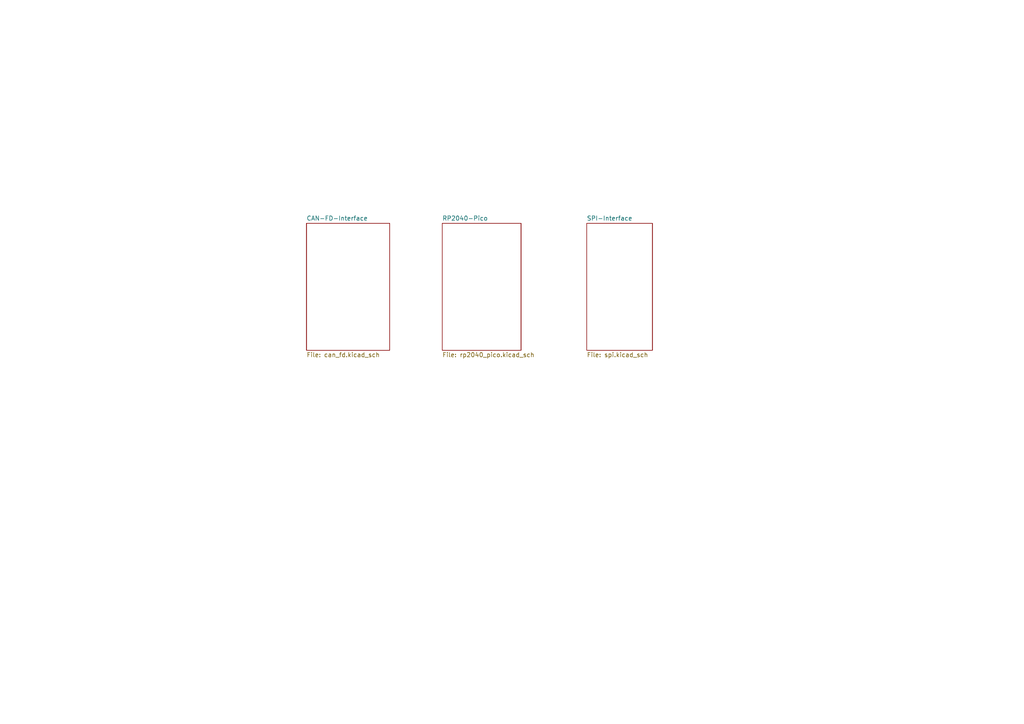
<source format=kicad_sch>
(kicad_sch
	(version 20231120)
	(generator "eeschema")
	(generator_version "8.0")
	(uuid "c526e672-7a53-4084-90ef-9e594d9bb288")
	(paper "A4")
	(lib_symbols)
	(sheet
		(at 88.9 64.77)
		(size 24.13 36.83)
		(fields_autoplaced yes)
		(stroke
			(width 0.1524)
			(type solid)
		)
		(fill
			(color 0 0 0 0.0000)
		)
		(uuid "86dc6215-b418-4403-880d-3017b5a1b73a")
		(property "Sheetname" "CAN-FD-Interface"
			(at 88.9 64.0584 0)
			(effects
				(font
					(size 1.27 1.27)
				)
				(justify left bottom)
			)
		)
		(property "Sheetfile" "can_fd.kicad_sch"
			(at 88.9 102.1846 0)
			(effects
				(font
					(size 1.27 1.27)
				)
				(justify left top)
			)
		)
		(instances
			(project "RP2040-Bridge-CAN-SPI"
				(path "/c526e672-7a53-4084-90ef-9e594d9bb288"
					(page "3")
				)
			)
		)
	)
	(sheet
		(at 170.18 64.77)
		(size 19.05 36.83)
		(fields_autoplaced yes)
		(stroke
			(width 0.1524)
			(type solid)
		)
		(fill
			(color 0 0 0 0.0000)
		)
		(uuid "8a907ce0-3679-4d53-a428-5bd2c36da482")
		(property "Sheetname" "SPI-Interface"
			(at 170.18 64.0584 0)
			(effects
				(font
					(size 1.27 1.27)
				)
				(justify left bottom)
			)
		)
		(property "Sheetfile" "spi.kicad_sch"
			(at 170.18 102.1846 0)
			(effects
				(font
					(size 1.27 1.27)
				)
				(justify left top)
			)
		)
		(instances
			(project "RP2040-Bridge-CAN-SPI"
				(path "/c526e672-7a53-4084-90ef-9e594d9bb288"
					(page "4")
				)
			)
		)
	)
	(sheet
		(at 128.27 64.77)
		(size 22.86 36.83)
		(fields_autoplaced yes)
		(stroke
			(width 0.1524)
			(type solid)
		)
		(fill
			(color 0 0 0 0.0000)
		)
		(uuid "8ec69825-06b1-4e9d-92e9-521d0fefb9e8")
		(property "Sheetname" "RP2040-Pico"
			(at 128.27 64.0584 0)
			(effects
				(font
					(size 1.27 1.27)
				)
				(justify left bottom)
			)
		)
		(property "Sheetfile" "rp2040_pico.kicad_sch"
			(at 128.27 102.1846 0)
			(effects
				(font
					(size 1.27 1.27)
				)
				(justify left top)
			)
		)
		(instances
			(project "RP2040-Bridge-CAN-SPI"
				(path "/c526e672-7a53-4084-90ef-9e594d9bb288"
					(page "2")
				)
			)
		)
	)
	(sheet_instances
		(path "/"
			(page "1")
		)
	)
)

</source>
